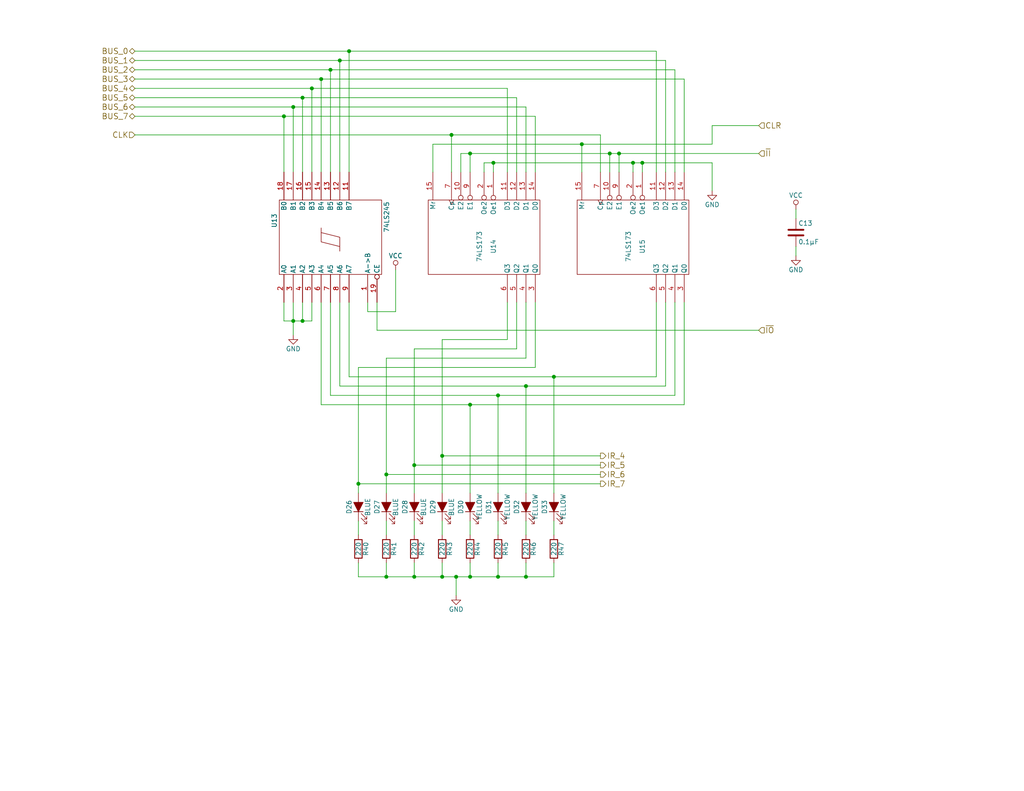
<source format=kicad_sch>
(kicad_sch (version 20231120) (generator "eeschema") (generator_version "8.0")
  (paper "USLetter")
  (lib_symbols
    (symbol "8bit-computer-rescue:74LS173-8bit-computer-rescue" (pin_names (offset 0.254))
      (property "Reference" "U" (at 2.54 2.54 0))
      (property "Value" "8bit-computer-rescue:74LS173" (at 2.54 -1.27 0))
      (symbol "74LS173-8bit-computer-rescue_0_0"
        (pin power_in line (at -7.62 15.24 90) (length 0) hide (name "VCC") (number "16"))
        (pin power_in line (at -7.62 -15.24 90) (length 0) hide (name "GND") (number "8"))
      )
      (symbol "74LS173-8bit-computer-rescue_0_1"
        (rectangle (start -10.16 15.24) (end 10.16 -15.24))
      )
      (symbol "74LS173-8bit-computer-rescue_1_1"
        (pin input inverted (at -17.78 2.54 0) (length 7.62) (name "Oe1") (number "1"))
        (pin input inverted (at -17.78 -6.35 0) (length 7.62) (name "E2") (number "10"))
        (pin input line (at -17.78 6.35 0) (length 7.62) (name "D3") (number "11"))
        (pin input line (at -17.78 8.89 0) (length 7.62) (name "D2") (number "12"))
        (pin input line (at -17.78 11.43 0) (length 7.62) (name "D1") (number "13"))
        (pin input line (at -17.78 13.97 0) (length 7.62) (name "D0") (number "14"))
        (pin input line (at -17.78 -13.97 0) (length 7.62) (name "Mr") (number "15"))
        (pin input inverted (at -17.78 0 0) (length 7.62) (name "Oe2") (number "2"))
        (pin tri_state line (at 17.78 13.97 180) (length 7.62) (name "Q0") (number "3"))
        (pin tri_state line (at 17.78 11.43 180) (length 7.62) (name "Q1") (number "4"))
        (pin tri_state line (at 17.78 8.89 180) (length 7.62) (name "Q2") (number "5"))
        (pin tri_state line (at 17.78 6.35 180) (length 7.62) (name "Q3") (number "6"))
        (pin input clock (at -17.78 -8.89 0) (length 7.62) (name "Cp") (number "7"))
        (pin input inverted (at -17.78 -3.81 0) (length 7.62) (name "E1") (number "9"))
      )
    )
    (symbol "8bit-computer-rescue:74LS245-8bit-computer-rescue" (pin_names (offset 0.254))
      (property "Reference" "U" (at 2.54 14.605 0))
      (property "Value" "8bit-computer-rescue:74LS245" (at 1.27 -14.605 0))
      (symbol "74LS245-8bit-computer-rescue_0_0"
        (pin power_in line (at 0 -13.97 90) (length 0) hide (name "GND") (number "10"))
        (pin power_in line (at 0 13.97 270) (length 0) hide (name "VCC") (number "20"))
      )
      (symbol "74LS245-8bit-computer-rescue_0_1"
        (rectangle (start -10.16 13.97) (end 10.16 -13.97))
        (polyline (pts (xy 1.27 2.54) (xy 0 -2.54) (xy -2.54 -2.54)))
        (polyline (pts (xy 2.54 2.54) (xy -1.27 2.54) (xy -2.54 -2.54) (xy -3.81 -2.54)))
      )
      (symbol "74LS245-8bit-computer-rescue_1_1"
        (pin input line (at -17.78 -10.16 0) (length 7.62) (name "A->B") (number "1"))
        (pin tri_state line (at 17.78 -5.08 180) (length 7.62) (name "B7") (number "11"))
        (pin tri_state line (at 17.78 -2.54 180) (length 7.62) (name "B6") (number "12"))
        (pin tri_state line (at 17.78 0 180) (length 7.62) (name "B5") (number "13"))
        (pin tri_state line (at 17.78 2.54 180) (length 7.62) (name "B4") (number "14"))
        (pin tri_state line (at 17.78 5.08 180) (length 7.62) (name "B3") (number "15"))
        (pin tri_state line (at 17.78 7.62 180) (length 7.62) (name "B2") (number "16"))
        (pin tri_state line (at 17.78 10.16 180) (length 7.62) (name "B1") (number "17"))
        (pin tri_state line (at 17.78 12.7 180) (length 7.62) (name "B0") (number "18"))
        (pin input inverted (at -17.78 -12.7 0) (length 7.62) (name "CE") (number "19"))
        (pin tri_state line (at -17.78 12.7 0) (length 7.62) (name "A0") (number "2"))
        (pin tri_state line (at -17.78 10.16 0) (length 7.62) (name "A1") (number "3"))
        (pin tri_state line (at -17.78 7.62 0) (length 7.62) (name "A2") (number "4"))
        (pin tri_state line (at -17.78 5.08 0) (length 7.62) (name "A3") (number "5"))
        (pin tri_state line (at -17.78 2.54 0) (length 7.62) (name "A4") (number "6"))
        (pin tri_state line (at -17.78 0 0) (length 7.62) (name "A5") (number "7"))
        (pin tri_state line (at -17.78 -2.54 0) (length 7.62) (name "A6") (number "8"))
        (pin tri_state line (at -17.78 -5.08 0) (length 7.62) (name "A7") (number "9"))
      )
    )
    (symbol "8bit-computer-rescue:GND-power" (power) (pin_names (offset 0))
      (property "Value" "power:GND" (at 0 -3.81 0))
      (symbol "GND-power_0_1"
        (polyline (pts (xy 0 0) (xy 0 -1.27) (xy 1.27 -1.27) (xy 0 -2.54) (xy -1.27 -1.27) (xy 0 -1.27)))
      )
      (symbol "GND-power_1_1"
        (pin power_in line (at 0 0 270) (length 0) hide (name "GND") (number "1"))
      )
    )
    (symbol "8bit-computer-rescue:LED_ALT-Device" (pin_numbers hide) (pin_names (offset 1.016) hide)
      (property "Reference" "D" (at 0 2.54 0))
      (property "Value" "Device:LED_ALT" (at 0 -2.54 0))
      (symbol "LED_ALT-Device_0_1"
        (polyline (pts (xy -1.27 -1.27) (xy -1.27 1.27)) (stroke (width 0.2032)))
        (polyline (pts (xy -1.27 0) (xy 1.27 0)))
        (polyline (pts (xy 1.27 -1.27) (xy 1.27 1.27) (xy -1.27 0) (xy 1.27 -1.27)) (stroke (width 0.2032)) (fill (type outline)))
        (polyline (pts (xy -3.048 -0.762) (xy -4.572 -2.286) (xy -3.81 -2.286) (xy -4.572 -2.286) (xy -4.572 -1.524)))
        (polyline (pts (xy -1.778 -0.762) (xy -3.302 -2.286) (xy -2.54 -2.286) (xy -3.302 -2.286) (xy -3.302 -1.524)))
      )
      (symbol "LED_ALT-Device_1_1"
        (pin passive line (at -3.81 0 0) (length 2.54) (name "K") (number "1"))
        (pin passive line (at 3.81 0 180) (length 2.54) (name "A") (number "2"))
      )
    )
    (symbol "8bit-computer-rescue:VCC-power" (power) (pin_names (offset 0))
      (property "Value" "power:VCC" (at 0 3.81 0))
      (symbol "VCC-power_0_1"
        (polyline (pts (xy 0 0) (xy 0 1.27)))
        (circle (center 0 1.905) (radius 0.635))
      )
      (symbol "VCC-power_1_1"
        (pin power_in line (at 0 0 90) (length 0) hide (name "VCC") (number "1"))
      )
    )
    (symbol "Device:C" (pin_numbers hide) (pin_names (offset 0.254))
      (property "Reference" "C" (at 0.635 2.54 0))
      (property "Value" "C" (at 0.635 -2.54 0))
      (symbol "C_0_1"
        (polyline (pts (xy -2.032 -0.762) (xy 2.032 -0.762)) (stroke (width 0.508)))
        (polyline (pts (xy -2.032 0.762) (xy 2.032 0.762)) (stroke (width 0.508)))
      )
      (symbol "C_1_1"
        (pin passive line (at 0 3.81 270) (length 2.794) (name "~") (number "1"))
        (pin passive line (at 0 -3.81 90) (length 2.794) (name "~") (number "2"))
      )
    )
    (symbol "Device:R" (pin_numbers hide) (pin_names (offset 0))
      (property "Reference" "R" (at 2.032 0 90))
      (property "Value" "R" (at 0 0 90))
      (symbol "R_0_1"
        (rectangle (start -1.016 -2.54) (end 1.016 2.54) (stroke (width 0.254)))
      )
      (symbol "R_1_1"
        (pin passive line (at 0 3.81 270) (length 1.27) (name "~") (number "1"))
        (pin passive line (at 0 -3.81 90) (length 1.27) (name "~") (number "2"))
      )
    )
  )
  (junction (at 120.65 124.46))
  (junction (at 128.27 110.49))
  (junction (at 80.01 29.21))
  (junction (at 113.03 127))
  (junction (at 143.51 157.48))
  (junction (at 128.27 41.91))
  (junction (at 123.19 36.83))
  (junction (at 113.03 157.48))
  (junction (at 175.26 44.45))
  (junction (at 90.17 19.05))
  (junction (at 92.71 16.51))
  (junction (at 151.13 102.87))
  (junction (at 82.55 26.67))
  (junction (at 82.55 87.63))
  (junction (at 85.09 24.13))
  (junction (at 80.01 87.63))
  (junction (at 105.41 129.54))
  (junction (at 166.37 41.91))
  (junction (at 168.91 41.91))
  (junction (at 158.75 39.37))
  (junction (at 124.46 157.48))
  (junction (at 97.79 132.08))
  (junction (at 77.47 31.75))
  (junction (at 135.89 107.95))
  (junction (at 87.63 21.59))
  (junction (at 143.51 105.41))
  (junction (at 105.41 157.48))
  (junction (at 128.27 157.48))
  (junction (at 120.65 157.48))
  (junction (at 95.25 13.97))
  (junction (at 134.62 44.45))
  (junction (at 172.72 44.45))
  (junction (at 135.89 157.48))
  (wire (pts (xy 97.79 157.48) (xy 105.41 157.48)))
  (wire (pts (xy 102.87 90.17) (xy 207.01 90.17)))
  (wire (pts (xy 120.65 92.71) (xy 120.65 124.46)))
  (wire (pts (xy 85.09 24.13) (xy 138.43 24.13)))
  (wire (pts (xy 194.31 44.45) (xy 194.31 52.07)))
  (wire (pts (xy 80.01 87.63) (xy 80.01 91.44)))
  (wire (pts (xy 36.83 21.59) (xy 87.63 21.59)))
  (wire (pts (xy 105.41 142.24) (xy 105.41 146.05)))
  (wire (pts (xy 36.83 16.51) (xy 92.71 16.51)))
  (wire (pts (xy 143.51 97.79) (xy 143.51 82.55)))
  (wire (pts (xy 166.37 41.91) (xy 166.37 46.99)))
  (wire (pts (xy 163.83 124.46) (xy 120.65 124.46)))
  (wire (pts (xy 92.71 16.51) (xy 92.71 46.99)))
  (wire (pts (xy 172.72 44.45) (xy 172.72 46.99)))
  (wire (pts (xy 120.65 124.46) (xy 120.65 134.62)))
  (wire (pts (xy 181.61 105.41) (xy 181.61 82.55)))
  (wire (pts (xy 163.83 127) (xy 113.03 127)))
  (wire (pts (xy 77.47 31.75) (xy 146.05 31.75)))
  (wire (pts (xy 143.51 29.21) (xy 143.51 46.99)))
  (wire (pts (xy 120.65 153.67) (xy 120.65 157.48)))
  (wire (pts (xy 36.83 36.83) (xy 123.19 36.83)))
  (wire (pts (xy 97.79 153.67) (xy 97.79 157.48)))
  (wire (pts (xy 132.08 44.45) (xy 134.62 44.45)))
  (wire (pts (xy 163.83 132.08) (xy 97.79 132.08)))
  (wire (pts (xy 134.62 44.45) (xy 172.72 44.45)))
  (wire (pts (xy 120.65 92.71) (xy 138.43 92.71)))
  (wire (pts (xy 168.91 41.91) (xy 207.01 41.91)))
  (wire (pts (xy 105.41 153.67) (xy 105.41 157.48)))
  (wire (pts (xy 158.75 39.37) (xy 194.31 39.37)))
  (wire (pts (xy 143.51 157.48) (xy 151.13 157.48)))
  (wire (pts (xy 77.47 87.63) (xy 80.01 87.63)))
  (wire (pts (xy 113.03 153.67) (xy 113.03 157.48)))
  (wire (pts (xy 151.13 157.48) (xy 151.13 153.67)))
  (wire (pts (xy 181.61 16.51) (xy 181.61 46.99)))
  (wire (pts (xy 92.71 16.51) (xy 181.61 16.51)))
  (wire (pts (xy 138.43 24.13) (xy 138.43 46.99)))
  (wire (pts (xy 179.07 102.87) (xy 179.07 82.55)))
  (wire (pts (xy 77.47 82.55) (xy 77.47 87.63)))
  (wire (pts (xy 135.89 107.95) (xy 184.15 107.95)))
  (wire (pts (xy 143.51 105.41) (xy 143.51 134.62)))
  (wire (pts (xy 113.03 127) (xy 113.03 134.62)))
  (wire (pts (xy 87.63 82.55) (xy 87.63 110.49)))
  (wire (pts (xy 151.13 102.87) (xy 151.13 134.62)))
  (wire (pts (xy 105.41 97.79) (xy 105.41 129.54)))
  (wire (pts (xy 194.31 34.29) (xy 207.01 34.29)))
  (wire (pts (xy 132.08 46.99) (xy 132.08 44.45)))
  (wire (pts (xy 135.89 142.24) (xy 135.89 146.05)))
  (wire (pts (xy 80.01 82.55) (xy 80.01 87.63)))
  (wire (pts (xy 128.27 153.67) (xy 128.27 157.48)))
  (wire (pts (xy 95.25 13.97) (xy 179.07 13.97)))
  (wire (pts (xy 107.95 85.09) (xy 107.95 73.66)))
  (wire (pts (xy 138.43 92.71) (xy 138.43 82.55)))
  (wire (pts (xy 134.62 44.45) (xy 134.62 46.99)))
  (wire (pts (xy 118.11 46.99) (xy 118.11 39.37)))
  (wire (pts (xy 175.26 44.45) (xy 194.31 44.45)))
  (wire (pts (xy 124.46 162.56) (xy 124.46 157.48)))
  (wire (pts (xy 124.46 157.48) (xy 128.27 157.48)))
  (wire (pts (xy 82.55 26.67) (xy 140.97 26.67)))
  (wire (pts (xy 80.01 29.21) (xy 143.51 29.21)))
  (wire (pts (xy 118.11 39.37) (xy 158.75 39.37)))
  (wire (pts (xy 163.83 36.83) (xy 163.83 46.99)))
  (wire (pts (xy 92.71 105.41) (xy 143.51 105.41)))
  (wire (pts (xy 140.97 26.67) (xy 140.97 46.99)))
  (wire (pts (xy 105.41 129.54) (xy 105.41 134.62)))
  (wire (pts (xy 77.47 31.75) (xy 77.47 46.99)))
  (wire (pts (xy 217.17 57.15) (xy 217.17 59.69)))
  (wire (pts (xy 146.05 31.75) (xy 146.05 46.99)))
  (wire (pts (xy 128.27 110.49) (xy 186.69 110.49)))
  (wire (pts (xy 128.27 41.91) (xy 166.37 41.91)))
  (wire (pts (xy 194.31 39.37) (xy 194.31 34.29)))
  (wire (pts (xy 151.13 102.87) (xy 179.07 102.87)))
  (wire (pts (xy 36.83 31.75) (xy 77.47 31.75)))
  (wire (pts (xy 158.75 39.37) (xy 158.75 46.99)))
  (wire (pts (xy 95.25 13.97) (xy 95.25 46.99)))
  (wire (pts (xy 146.05 100.33) (xy 146.05 82.55)))
  (wire (pts (xy 36.83 19.05) (xy 90.17 19.05)))
  (wire (pts (xy 128.27 41.91) (xy 128.27 46.99)))
  (wire (pts (xy 168.91 41.91) (xy 168.91 46.99)))
  (wire (pts (xy 179.07 13.97) (xy 179.07 46.99)))
  (wire (pts (xy 163.83 129.54) (xy 105.41 129.54)))
  (wire (pts (xy 105.41 157.48) (xy 113.03 157.48)))
  (wire (pts (xy 82.55 26.67) (xy 82.55 46.99)))
  (wire (pts (xy 143.51 153.67) (xy 143.51 157.48)))
  (wire (pts (xy 97.79 132.08) (xy 97.79 134.62)))
  (wire (pts (xy 87.63 110.49) (xy 128.27 110.49)))
  (wire (pts (xy 100.33 82.55) (xy 100.33 85.09)))
  (wire (pts (xy 113.03 95.25) (xy 140.97 95.25)))
  (wire (pts (xy 120.65 157.48) (xy 124.46 157.48)))
  (wire (pts (xy 36.83 29.21) (xy 80.01 29.21)))
  (wire (pts (xy 87.63 21.59) (xy 186.69 21.59)))
  (wire (pts (xy 97.79 100.33) (xy 97.79 132.08)))
  (wire (pts (xy 120.65 142.24) (xy 120.65 146.05)))
  (wire (pts (xy 87.63 21.59) (xy 87.63 46.99)))
  (wire (pts (xy 113.03 157.48) (xy 120.65 157.48)))
  (wire (pts (xy 125.73 46.99) (xy 125.73 41.91)))
  (wire (pts (xy 90.17 19.05) (xy 90.17 46.99)))
  (wire (pts (xy 36.83 13.97) (xy 95.25 13.97)))
  (wire (pts (xy 100.33 85.09) (xy 107.95 85.09)))
  (wire (pts (xy 123.19 36.83) (xy 163.83 36.83)))
  (wire (pts (xy 166.37 41.91) (xy 168.91 41.91)))
  (wire (pts (xy 151.13 142.24) (xy 151.13 146.05)))
  (wire (pts (xy 85.09 87.63) (xy 85.09 82.55)))
  (wire (pts (xy 135.89 157.48) (xy 143.51 157.48)))
  (wire (pts (xy 36.83 26.67) (xy 82.55 26.67)))
  (wire (pts (xy 36.83 24.13) (xy 85.09 24.13)))
  (wire (pts (xy 186.69 21.59) (xy 186.69 46.99)))
  (wire (pts (xy 82.55 82.55) (xy 82.55 87.63)))
  (wire (pts (xy 113.03 95.25) (xy 113.03 127)))
  (wire (pts (xy 125.73 41.91) (xy 128.27 41.91)))
  (wire (pts (xy 95.25 102.87) (xy 151.13 102.87)))
  (wire (pts (xy 90.17 107.95) (xy 135.89 107.95)))
  (wire (pts (xy 175.26 44.45) (xy 175.26 46.99)))
  (wire (pts (xy 80.01 29.21) (xy 80.01 46.99)))
  (wire (pts (xy 85.09 46.99) (xy 85.09 24.13)))
  (wire (pts (xy 90.17 19.05) (xy 184.15 19.05)))
  (wire (pts (xy 90.17 82.55) (xy 90.17 107.95)))
  (wire (pts (xy 143.51 105.41) (xy 181.61 105.41)))
  (wire (pts (xy 186.69 110.49) (xy 186.69 82.55)))
  (wire (pts (xy 128.27 142.24) (xy 128.27 146.05)))
  (wire (pts (xy 97.79 142.24) (xy 97.79 146.05)))
  (wire (pts (xy 82.55 87.63) (xy 85.09 87.63)))
  (wire (pts (xy 92.71 82.55) (xy 92.71 105.41)))
  (wire (pts (xy 140.97 95.25) (xy 140.97 82.55)))
  (wire (pts (xy 135.89 153.67) (xy 135.89 157.48)))
  (wire (pts (xy 113.03 142.24) (xy 113.03 146.05)))
  (wire (pts (xy 184.15 19.05) (xy 184.15 46.99)))
  (wire (pts (xy 128.27 110.49) (xy 128.27 134.62)))
  (wire (pts (xy 80.01 87.63) (xy 82.55 87.63)))
  (wire (pts (xy 143.51 142.24) (xy 143.51 146.05)))
  (wire (pts (xy 135.89 107.95) (xy 135.89 134.62)))
  (wire (pts (xy 128.27 157.48) (xy 135.89 157.48)))
  (wire (pts (xy 172.72 44.45) (xy 175.26 44.45)))
  (wire (pts (xy 97.79 100.33) (xy 146.05 100.33)))
  (wire (pts (xy 95.25 82.55) (xy 95.25 102.87)))
  (wire (pts (xy 102.87 82.55) (xy 102.87 90.17)))
  (wire (pts (xy 105.41 97.79) (xy 143.51 97.79)))
  (wire (pts (xy 217.17 67.31) (xy 217.17 69.85)))
  (wire (pts (xy 184.15 107.95) (xy 184.15 82.55)))
  (wire (pts (xy 123.19 36.83) (xy 123.19 46.99)))
  (hierarchical_label "CLK" (shape input) (at 36.83 36.83 180) (effects (font (size 1.524 1.524))))
  (hierarchical_label "IR_5" (shape output) (at 163.83 127 0) (effects (font (size 1.524 1.524))))
  (hierarchical_label "~{IO}" (shape input) (at 207.01 90.17 0) (effects (font (size 1.524 1.524))))
  (hierarchical_label "BUS_7" (shape bidirectional) (at 36.83 31.75 180) (effects (font (size 1.524 1.524))))
  (hierarchical_label "BUS_2" (shape bidirectional) (at 36.83 19.05 180) (effects (font (size 1.524 1.524))))
  (hierarchical_label "BUS_6" (shape bidirectional) (at 36.83 29.21 180) (effects (font (size 1.524 1.524))))
  (hierarchical_label "BUS_4" (shape bidirectional) (at 36.83 24.13 180) (effects (font (size 1.524 1.524))))
  (hierarchical_label "BUS_3" (shape bidirectional) (at 36.83 21.59 180) (effects (font (size 1.524 1.524))))
  (hierarchical_label "CLR" (shape input) (at 207.01 34.29 0) (effects (font (size 1.524 1.524))))
  (hierarchical_label "~{II}" (shape input) (at 207.01 41.91 0) (effects (font (size 1.524 1.524))))
  (hierarchical_label "BUS_5" (shape bidirectional) (at 36.83 26.67 180) (effects (font (size 1.524 1.524))))
  (hierarchical_label "BUS_0" (shape bidirectional) (at 36.83 13.97 180) (effects (font (size 1.524 1.524))))
  (hierarchical_label "BUS_1" (shape bidirectional) (at 36.83 16.51 180) (effects (font (size 1.524 1.524))))
  (hierarchical_label "IR_6" (shape output) (at 163.83 129.54 0) (effects (font (size 1.524 1.524))))
  (hierarchical_label "IR_7" (shape output) (at 163.83 132.08 0) (effects (font (size 1.524 1.524))))
  (hierarchical_label "IR_4" (shape output) (at 163.83 124.46 0) (effects (font (size 1.524 1.524))))
  (symbol (lib_id "8bit-computer-rescue:LED_ALT-Device") (at 97.79 138.43 90) (unit 1)
    (property "Reference" "D26" (at 95.25 138.43 0))
    (property "Value" "BLUE" (at 100.33 138.43 0))
    (property "Footprint" "LED_THT:LED_D5.0mm" (effects (hide yes)))
  )
  (symbol (lib_id "8bit-computer-rescue:LED_ALT-Device") (at 120.65 138.43 90) (unit 1)
    (property "Reference" "D29" (at 118.11 138.43 0))
    (property "Value" "BLUE" (at 123.19 138.43 0))
    (property "Footprint" "LED_THT:LED_D5.0mm" (effects (hide yes)))
  )
  (symbol (lib_id "8bit-computer-rescue:LED_ALT-Device") (at 128.27 138.43 90) (unit 1)
    (property "Reference" "D30" (at 125.73 138.43 0))
    (property "Value" "YELLOW" (at 130.81 138.43 0))
    (property "Footprint" "LED_THT:LED_D5.0mm" (effects (hide yes)))
  )
  (symbol (lib_id "8bit-computer-rescue:LED_ALT-Device") (at 135.89 138.43 90) (unit 1)
    (property "Reference" "D31" (at 133.35 138.43 0))
    (property "Value" "YELLOW" (at 138.43 138.43 0))
    (property "Footprint" "LED_THT:LED_D5.0mm" (effects (hide yes)))
  )
  (symbol (lib_id "Device:R") (at 128.27 149.86 0) (unit 1)
    (property "Reference" "R44" (at 130.302 149.86 90))
    (property "Value" "220" (at 128.27 149.86 90))
    (property "Footprint" "Resistor_THT:R_Axial_DIN0207_L6.3mm_D2.5mm_P7.62mm_Horizontal" (effects (hide yes)))
  )
  (symbol (lib_id "8bit-computer-rescue:GND-power") (at 80.01 91.44 0) (unit 1)
    (property "Reference" "#PWR027" (effects (hide yes)))
    (property "Value" "GND" (at 80.01 95.25 0))
  )
  (symbol (lib_id "8bit-computer-rescue:74LS173-8bit-computer-rescue") (at 132.08 64.77 270) (unit 1)
    (property "Reference" "U14" (at 134.62 67.31 0))
    (property "Value" "74LS173" (at 130.81 67.31 0))
    (property "Footprint" "Package_DIP:DIP-16_W7.62mm" (effects (hide yes)))
  )
  (symbol (lib_id "8bit-computer-rescue:74LS173-8bit-computer-rescue") (at 172.72 64.77 270) (unit 1)
    (property "Reference" "U15" (at 175.26 67.31 0))
    (property "Value" "74LS173" (at 171.45 67.31 0))
    (property "Footprint" "Package_DIP:DIP-16_W7.62mm" (effects (hide yes)))
  )
  (symbol (lib_id "8bit-computer-rescue:74LS245-8bit-computer-rescue") (at 90.17 64.77 90) (unit 1)
    (property "Reference" "U13" (at 75.565 62.23 0) (effects (justify left bottom)))
    (property "Value" "74LS245" (at 104.775 63.5 0) (effects (justify left top)))
    (property "Footprint" "Package_DIP:DIP-20_W7.62mm" (effects (hide yes)))
  )
  (symbol (lib_id "8bit-computer-rescue:LED_ALT-Device") (at 105.41 138.43 90) (unit 1)
    (property "Reference" "D27" (at 102.87 138.43 0))
    (property "Value" "BLUE" (at 107.95 138.43 0))
    (property "Footprint" "LED_THT:LED_D5.0mm" (effects (hide yes)))
  )
  (symbol (lib_id "8bit-computer-rescue:LED_ALT-Device") (at 113.03 138.43 90) (unit 1)
    (property "Reference" "D28" (at 110.49 138.43 0))
    (property "Value" "BLUE" (at 115.57 138.43 0))
    (property "Footprint" "LED_THT:LED_D5.0mm" (effects (hide yes)))
  )
  (symbol (lib_id "8bit-computer-rescue:LED_ALT-Device") (at 143.51 138.43 90) (unit 1)
    (property "Reference" "D32" (at 140.97 138.43 0))
    (property "Value" "YELLOW" (at 146.05 138.43 0))
    (property "Footprint" "LED_THT:LED_D5.0mm" (effects (hide yes)))
  )
  (symbol (lib_id "8bit-computer-rescue:LED_ALT-Device") (at 151.13 138.43 90) (unit 1)
    (property "Reference" "D33" (at 148.59 138.43 0))
    (property "Value" "YELLOW" (at 153.67 138.43 0))
    (property "Footprint" "LED_THT:LED_D5.0mm" (effects (hide yes)))
  )
  (symbol (lib_id "Device:R") (at 97.79 149.86 0) (unit 1)
    (property "Reference" "R40" (at 99.822 149.86 90))
    (property "Value" "220" (at 97.79 149.86 90))
    (property "Footprint" "Resistor_THT:R_Axial_DIN0207_L6.3mm_D2.5mm_P7.62mm_Horizontal" (effects (hide yes)))
  )
  (symbol (lib_id "Device:R") (at 105.41 149.86 0) (unit 1)
    (property "Reference" "R41" (at 107.442 149.86 90))
    (property "Value" "220" (at 105.41 149.86 90))
    (property "Footprint" "Resistor_THT:R_Axial_DIN0207_L6.3mm_D2.5mm_P7.62mm_Horizontal" (effects (hide yes)))
  )
  (symbol (lib_id "Device:R") (at 113.03 149.86 0) (unit 1)
    (property "Reference" "R42" (at 115.062 149.86 90))
    (property "Value" "220" (at 113.03 149.86 90))
    (property "Footprint" "Resistor_THT:R_Axial_DIN0207_L6.3mm_D2.5mm_P7.62mm_Horizontal" (effects (hide yes)))
  )
  (symbol (lib_id "Device:R") (at 120.65 149.86 0) (unit 1)
    (property "Reference" "R43" (at 122.682 149.86 90))
    (property "Value" "220" (at 120.65 149.86 90))
    (property "Footprint" "Resistor_THT:R_Axial_DIN0207_L6.3mm_D2.5mm_P7.62mm_Horizontal" (effects (hide yes)))
  )
  (symbol (lib_id "Device:R") (at 135.89 149.86 0) (unit 1)
    (property "Reference" "R45" (at 137.922 149.86 90))
    (property "Value" "220" (at 135.89 149.86 90))
    (property "Footprint" "Resistor_THT:R_Axial_DIN0207_L6.3mm_D2.5mm_P7.62mm_Horizontal" (effects (hide yes)))
  )
  (symbol (lib_id "Device:R") (at 143.51 149.86 0) (unit 1)
    (property "Reference" "R46" (at 145.542 149.86 90))
    (property "Value" "220" (at 143.51 149.86 90))
    (property "Footprint" "Resistor_THT:R_Axial_DIN0207_L6.3mm_D2.5mm_P7.62mm_Horizontal" (effects (hide yes)))
  )
  (symbol (lib_id "Device:R") (at 151.13 149.86 0) (unit 1)
    (property "Reference" "R47" (at 153.162 149.86 90))
    (property "Value" "220" (at 151.13 149.86 90))
    (property "Footprint" "Resistor_THT:R_Axial_DIN0207_L6.3mm_D2.5mm_P7.62mm_Horizontal" (effects (hide yes)))
  )
  (symbol (lib_id "8bit-computer-rescue:GND-power") (at 124.46 162.56 0) (unit 1)
    (property "Reference" "#PWR024" (effects (hide yes)))
    (property "Value" "GND" (at 124.46 166.37 0))
  )
  (symbol (lib_id "8bit-computer-rescue:VCC-power") (at 107.95 73.66 0) (unit 1)
    (property "Reference" "#PWR025" (effects (hide yes)))
    (property "Value" "VCC" (at 107.95 69.85 0))
  )
  (symbol (lib_id "8bit-computer-rescue:GND-power") (at 194.31 52.07 0) (unit 1)
    (property "Reference" "#PWR026" (effects (hide yes)))
    (property "Value" "GND" (at 194.31 55.88 0))
  )
  (symbol (lib_id "Device:C") (at 217.17 63.5 0) (unit 1)
    (property "Reference" "C13" (at 217.805 60.96 0) (effects (justify left)))
    (property "Value" "0.1µF" (at 217.805 66.04 0) (effects (justify left)))
    (property "Footprint" "Capacitor_THT:C_Disc_D4.3mm_W1.9mm_P5.00mm" (effects (hide yes)))
  )
  (symbol (lib_id "8bit-computer-rescue:GND-power") (at 217.17 69.85 0) (unit 1)
    (property "Reference" "#PWR028" (effects (hide yes)))
    (property "Value" "GND" (at 217.17 73.66 0))
  )
  (symbol (lib_id "8bit-computer-rescue:VCC-power") (at 217.17 57.15 0) (unit 1)
    (property "Reference" "#PWR029" (effects (hide yes)))
    (property "Value" "VCC" (at 217.17 53.34 0))
  )
)
</source>
